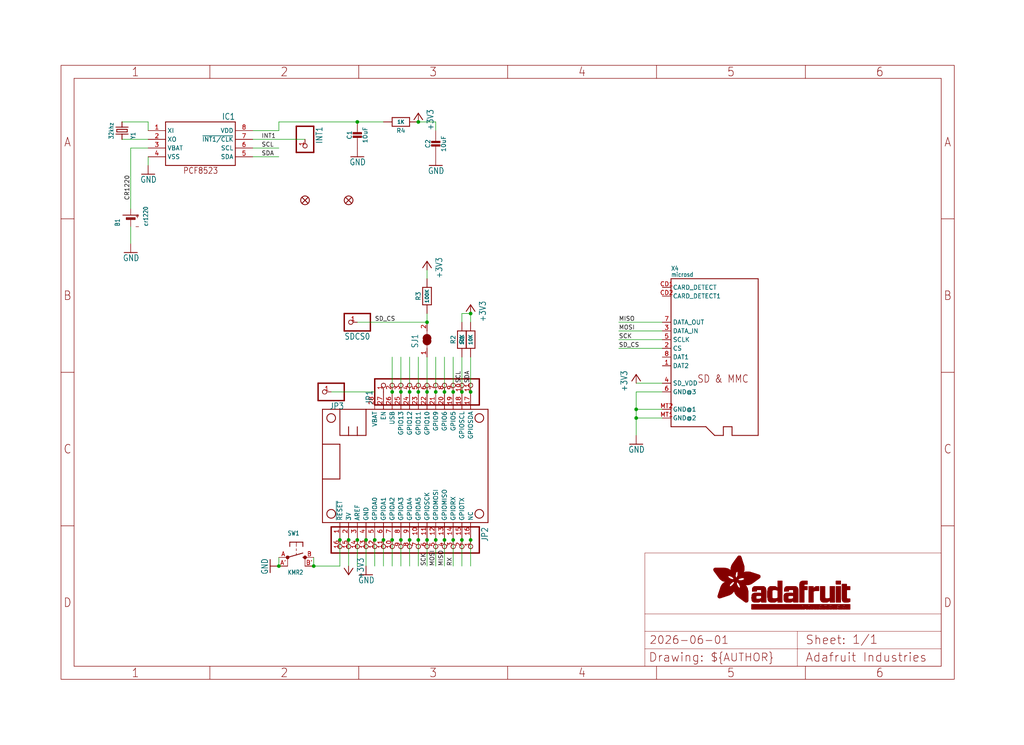
<source format=kicad_sch>
(kicad_sch (version 20231120) (generator "eeschema") (generator_version "8.0")
  (paper "User" 298.45 217.322)
  (lib_symbols
    (symbol "adalogger featherwing-eagle-import:+3V3" (power)
      (symbol "+3V3_1_0"
        (pin power_in line (at 0 -2.54 90) (length 2.54) (name "+3V3") (number "1"))
      )
    )
    (symbol "adalogger featherwing-eagle-import:BATTERYCR1220_2"
      (property "Reference" "B" (at -2.54 3.175 0))
      (symbol "BATTERYCR1220_2_1_0"
        (text "+" (at 1.27 -1.143 900) (effects (font (size 1.27 1.0795)) (justify right top)))
        (text "-" (at -1.778 -1.143 900) (effects (font (size 1.27 1.0795)) (justify right top)))
        (pin passive line (at 2.54 0 180) (length 0) (name "+") (number "+"))
        (pin passive line (at -2.54 0 0) (length 0) (name "-") (number "-"))
      )
    )
    (symbol "adalogger featherwing-eagle-import:CAP_CERAMIC0805-NOOUTLINE"
      (property "Reference" "C" (at -2.29 1.25 90))
      (symbol "CAP_CERAMIC0805-NOOUTLINE_1_0"
        (pin passive line (at 0 5.08 270) (length 2.54) (name "1") (number "1"))
        (pin passive line (at 0 -2.54 90) (length 2.54) (name "2") (number "2"))
      )
    )
    (symbol "adalogger featherwing-eagle-import:CRYSTAL8.0X3.8"
      (property "Reference" "Y" (at -2.54 2.54 0))
      (symbol "CRYSTAL8.0X3.8_1_0"
        (pin passive line (at -2.54 0 0) (length 0) (name "1") (number "P$1"))
        (pin passive line (at 2.54 0 180) (length 0) (name "2") (number "P$4"))
      )
    )
    (symbol "adalogger featherwing-eagle-import:FEATHERWING_NODIM"
      (symbol "FEATHERWING_NODIM_1_0"
        (pin input line (at 5.08 -5.08 90) (length 5.08) (name "~{RESET}") (number "1"))
        (pin bidirectional line (at 27.94 -5.08 90) (length 5.08) (name "GPIOA5") (number "10"))
        (pin bidirectional line (at 30.48 -5.08 90) (length 5.08) (name "GPIOSCK") (number "11"))
        (pin bidirectional line (at 33.02 -5.08 90) (length 5.08) (name "GPIOMOSI") (number "12"))
        (pin bidirectional line (at 35.56 -5.08 90) (length 5.08) (name "GPIOMISO") (number "13"))
        (pin bidirectional line (at 38.1 -5.08 90) (length 5.08) (name "GPIORX") (number "14"))
        (pin bidirectional line (at 40.64 -5.08 90) (length 5.08) (name "GPIOTX") (number "15"))
        (pin passive line (at 43.18 -5.08 90) (length 5.08) (name "NC") (number "16"))
        (pin bidirectional line (at 43.18 38.1 270) (length 5.08) (name "GPIOSDA") (number "17"))
        (pin bidirectional line (at 40.64 38.1 270) (length 5.08) (name "GPIOSCL") (number "18"))
        (pin bidirectional line (at 38.1 38.1 270) (length 5.08) (name "GPIO5") (number "19"))
        (pin power_in line (at 7.62 -5.08 90) (length 5.08) (name "3V") (number "2"))
        (pin bidirectional line (at 35.56 38.1 270) (length 5.08) (name "GPIO6") (number "20"))
        (pin bidirectional line (at 33.02 38.1 270) (length 5.08) (name "GPIO9") (number "21"))
        (pin bidirectional line (at 30.48 38.1 270) (length 5.08) (name "GPIO10") (number "22"))
        (pin bidirectional line (at 27.94 38.1 270) (length 5.08) (name "GPIO11") (number "23"))
        (pin bidirectional line (at 25.4 38.1 270) (length 5.08) (name "GPIO12") (number "24"))
        (pin bidirectional line (at 22.86 38.1 270) (length 5.08) (name "GPIO13") (number "25"))
        (pin power_in line (at 20.32 38.1 270) (length 5.08) (name "USB") (number "26"))
        (pin passive line (at 17.78 38.1 270) (length 5.08) (name "EN") (number "27"))
        (pin power_in line (at 15.24 38.1 270) (length 5.08) (name "VBAT") (number "28"))
        (pin passive line (at 10.16 -5.08 90) (length 5.08) (name "AREF") (number "3"))
        (pin power_in line (at 12.7 -5.08 90) (length 5.08) (name "GND") (number "4"))
        (pin bidirectional line (at 15.24 -5.08 90) (length 5.08) (name "GPIOA0") (number "5"))
        (pin bidirectional line (at 17.78 -5.08 90) (length 5.08) (name "GPIOA1") (number "6"))
        (pin bidirectional line (at 20.32 -5.08 90) (length 5.08) (name "GPIOA2") (number "7"))
        (pin bidirectional line (at 22.86 -5.08 90) (length 5.08) (name "GPIOA3") (number "8"))
        (pin bidirectional line (at 25.4 -5.08 90) (length 5.08) (name "GPIOA4") (number "9"))
      )
    )
    (symbol "adalogger featherwing-eagle-import:FIDUCIAL_1MM")
    (symbol "adalogger featherwing-eagle-import:FRAME_A4_ADAFRUIT"
      (symbol "FRAME_A4_ADAFRUIT_1_0"
        (text "${#}/${##}" (at 230.505 10.16 0) (effects (font (size 2.54 2.54)) (justify left bottom)))
        (text "${AUTHOR}" (at 189.23 5.08 0) (effects (font (size 2.286 2.286)) (justify left bottom)))
        (text "${CURRENT_DATE}" (at 171.45 10.16 0) (effects (font (size 2.286 2.286)) (justify left bottom)))
        (text "${PROJECTNAME}" (at 171.45 15.24 0) (effects (font (size 2.54 2.54)) (justify left bottom)))
        (text "1" (at 21.6958 1.905 0) (effects (font (size 2.54 2.286))))
        (text "1" (at 21.6958 177.165 0) (effects (font (size 2.54 2.286))))
        (text "2" (at 65.0875 1.905 0) (effects (font (size 2.54 2.286))))
        (text "2" (at 65.0875 177.165 0) (effects (font (size 2.54 2.286))))
        (text "3" (at 108.4792 1.905 0) (effects (font (size 2.54 2.286))))
        (text "3" (at 108.4792 177.165 0) (effects (font (size 2.54 2.286))))
        (text "4" (at 151.8708 1.905 0) (effects (font (size 2.54 2.286))))
        (text "4" (at 151.8708 177.165 0) (effects (font (size 2.54 2.286))))
        (text "5" (at 195.2625 1.905 0) (effects (font (size 2.54 2.286))))
        (text "5" (at 195.2625 177.165 0) (effects (font (size 2.54 2.286))))
        (text "6" (at 238.6542 1.905 0) (effects (font (size 2.54 2.286))))
        (text "6" (at 238.6542 177.165 0) (effects (font (size 2.54 2.286))))
        (text "A" (at 1.905 156.6863 0) (effects (font (size 2.54 2.286))))
        (text "A" (at 258.445 156.6863 0) (effects (font (size 2.54 2.286))))
        (text "Adafruit Industries" (at 216.916 4.953 0) (effects (font (size 2.54 2.54)) (justify left bottom)))
        (text "B" (at 1.905 111.9188 0) (effects (font (size 2.54 2.286))))
        (text "B" (at 258.445 111.9188 0) (effects (font (size 2.54 2.286))))
        (text "C" (at 1.905 67.1513 0) (effects (font (size 2.54 2.286))))
        (text "C" (at 258.445 67.1513 0) (effects (font (size 2.54 2.286))))
        (text "D" (at 1.905 22.3838 0) (effects (font (size 2.54 2.286))))
        (text "D" (at 258.445 22.3838 0) (effects (font (size 2.54 2.286))))
        (text "Drawing:" (at 171.196 4.953 0) (effects (font (size 2.54 2.54)) (justify left bottom)))
        (text "Sheet:" (at 216.916 10.033 0) (effects (font (size 2.54 2.54)) (justify left bottom)))
      )
    )
    (symbol "adalogger featherwing-eagle-import:GND" (power)
      (symbol "GND_1_0"
        (pin power_in line (at 0 2.54 270) (length 2.54) (name "GND") (number "1"))
      )
    )
    (symbol "adalogger featherwing-eagle-import:HEADER-1X11"
      (property "Reference" "JP" (at -6.35 15.875 0))
      (symbol "HEADER-1X11_1_0"
        (pin passive inverted (at -2.54 12.7 0) (length 2.54) (name "1") (number "1"))
        (pin passive inverted (at -2.54 -10.16 0) (length 2.54) (name "10") (number "10"))
        (pin passive inverted (at -2.54 -12.7 0) (length 2.54) (name "11") (number "11"))
        (pin passive inverted (at -2.54 10.16 0) (length 2.54) (name "2") (number "2"))
        (pin passive inverted (at -2.54 7.62 0) (length 2.54) (name "3") (number "3"))
        (pin passive inverted (at -2.54 5.08 0) (length 2.54) (name "4") (number "4"))
        (pin passive inverted (at -2.54 2.54 0) (length 2.54) (name "5") (number "5"))
        (pin passive inverted (at -2.54 0 0) (length 2.54) (name "6") (number "6"))
        (pin passive inverted (at -2.54 -2.54 0) (length 2.54) (name "7") (number "7"))
        (pin passive inverted (at -2.54 -5.08 0) (length 2.54) (name "8") (number "8"))
        (pin passive inverted (at -2.54 -7.62 0) (length 2.54) (name "9") (number "9"))
      )
    )
    (symbol "adalogger featherwing-eagle-import:HEADER-1X16ROUND"
      (property "Reference" "JP" (at -6.35 20.955 0))
      (symbol "HEADER-1X16ROUND_1_0"
        (pin passive inverted (at -2.54 17.78 0) (length 2.54) (name "1") (number "1"))
        (pin passive inverted (at -2.54 -5.08 0) (length 2.54) (name "10") (number "10"))
        (pin passive inverted (at -2.54 -7.62 0) (length 2.54) (name "11") (number "11"))
        (pin passive inverted (at -2.54 -10.16 0) (length 2.54) (name "12") (number "12"))
        (pin passive inverted (at -2.54 -12.7 0) (length 2.54) (name "13") (number "13"))
        (pin passive inverted (at -2.54 -15.24 0) (length 2.54) (name "14") (number "14"))
        (pin passive inverted (at -2.54 -17.78 0) (length 2.54) (name "15") (number "15"))
        (pin passive inverted (at -2.54 -20.32 0) (length 2.54) (name "16") (number "16"))
        (pin passive inverted (at -2.54 15.24 0) (length 2.54) (name "2") (number "2"))
        (pin passive inverted (at -2.54 12.7 0) (length 2.54) (name "3") (number "3"))
        (pin passive inverted (at -2.54 10.16 0) (length 2.54) (name "4") (number "4"))
        (pin passive inverted (at -2.54 7.62 0) (length 2.54) (name "5") (number "5"))
        (pin passive inverted (at -2.54 5.08 0) (length 2.54) (name "6") (number "6"))
        (pin passive inverted (at -2.54 2.54 0) (length 2.54) (name "7") (number "7"))
        (pin passive inverted (at -2.54 0 0) (length 2.54) (name "8") (number "8"))
        (pin passive inverted (at -2.54 -2.54 0) (length 2.54) (name "9") (number "9"))
      )
    )
    (symbol "adalogger featherwing-eagle-import:HEADER-1X1ROUND"
      (property "Reference" "JP" (at -6.35 3.175 0))
      (symbol "HEADER-1X1ROUND_1_0"
        (pin passive inverted (at -2.54 0 0) (length 2.54) (name "1") (number "1"))
      )
    )
    (symbol "adalogger featherwing-eagle-import:MICROSD"
      (property "Reference" "X" (at -12.7 22.606 0))
      (symbol "MICROSD_1_0"
        (text "SD & MMC" (at -5.08 -10.16 0) (effects (font (size 2.1844 1.8567)) (justify left bottom)))
        (pin bidirectional line (at -15.24 -5.08 0) (length 2.54) (name "DAT2") (number "1"))
        (pin input line (at -15.24 0 0) (length 2.54) (name "CS") (number "2"))
        (pin input line (at -15.24 5.08 0) (length 2.54) (name "DATA_IN") (number "3"))
        (pin power_in line (at -15.24 -10.16 0) (length 2.54) (name "SD_VDD") (number "4"))
        (pin input line (at -15.24 2.54 0) (length 2.54) (name "SCLK") (number "5"))
        (pin power_in line (at -15.24 -12.7 0) (length 2.54) (name "GND@3") (number "6"))
        (pin output line (at -15.24 7.62 0) (length 2.54) (name "DATA_OUT") (number "7"))
        (pin bidirectional line (at -15.24 -2.54 0) (length 2.54) (name "DAT1") (number "8"))
        (pin passive line (at -15.24 17.78 0) (length 2.54) (name "CARD_DETECT") (number "CD1"))
        (pin passive line (at -15.24 15.24 0) (length 2.54) (name "CARD_DETECT1") (number "CD2"))
        (pin power_in line (at -15.24 -20.32 0) (length 2.54) (name "GND@2") (number "MT1"))
        (pin power_in line (at -15.24 -17.78 0) (length 2.54) (name "GND@1") (number "MT2"))
      )
    )
    (symbol "adalogger featherwing-eagle-import:RESISTOR_0603_NOOUT"
      (property "Reference" "R" (at 0 2.54 0))
      (symbol "RESISTOR_0603_NOOUT_1_0"
        (pin passive line (at -5.08 0 0) (length 2.54) (name "1") (number "1"))
        (pin passive line (at 5.08 0 180) (length 2.54) (name "2") (number "2"))
      )
    )
    (symbol "adalogger featherwing-eagle-import:RTC_PCF8523T"
      (property "Reference" "IC" (at 10.16 7.62 0))
      (symbol "RTC_PCF8523T_1_0"
        (text "PCF8523" (at -5.08 -10.16 0) (effects (font (size 1.778 1.5113)) (justify left bottom)))
        (pin input line (at -15.24 2.54 0) (length 5.08) (name "XI") (number "1"))
        (pin output line (at -15.24 0 0) (length 5.08) (name "XO") (number "2"))
        (pin power_in line (at -15.24 -2.54 0) (length 5.08) (name "VBAT") (number "3"))
        (pin power_in line (at -15.24 -5.08 0) (length 5.08) (name "VSS") (number "4"))
        (pin bidirectional line (at 15.24 -5.08 180) (length 5.08) (name "SDA") (number "5"))
        (pin bidirectional line (at 15.24 -2.54 180) (length 5.08) (name "SCL") (number "6"))
        (pin output line (at 15.24 0 180) (length 5.08) (name "~{INT1/CLK}") (number "7"))
        (pin power_in line (at 15.24 2.54 180) (length 5.08) (name "VDD") (number "8"))
      )
    )
    (symbol "adalogger featherwing-eagle-import:SOLDERJUMPER_CLOSED"
      (property "Reference" "SJ" (at -2.54 2.54 0))
      (symbol "SOLDERJUMPER_CLOSED_1_0"
        (pin passive line (at -5.08 0 0) (length 2.54) (name "1") (number "1"))
        (pin passive line (at 5.08 0 180) (length 2.54) (name "2") (number "2"))
      )
    )
    (symbol "adalogger featherwing-eagle-import:SWITCH_TACT_SMT4.6X2.8"
      (property "Reference" "SW" (at -2.54 6.35 0))
      (symbol "SWITCH_TACT_SMT4.6X2.8_1_0"
        (pin passive line (at -5.08 0 0) (length 2.54) (name "P") (number "A"))
        (pin passive line (at -5.08 -2.54 0) (length 2.54) (name "P1") (number "A'"))
        (pin passive line (at 5.08 0 180) (length 2.54) (name "S") (number "B"))
        (pin passive line (at 5.08 -2.54 180) (length 2.54) (name "S1") (number "B'"))
      )
    )
  )
  (junction (at 129.54 157.48))
  (junction (at 132.08 114.3))
  (junction (at 129.54 114.3))
  (junction (at 106.68 157.48))
  (junction (at 101.6 157.48))
  (junction (at 91.44 165.1))
  (junction (at 137.16 114.3))
  (junction (at 124.46 157.48))
  (junction (at 104.14 157.48))
  (junction (at 121.92 114.3))
  (junction (at 137.16 157.48))
  (junction (at 137.16 91.44))
  (junction (at 114.3 114.3))
  (junction (at 104.14 35.56))
  (junction (at 111.76 157.48))
  (junction (at 121.92 35.56))
  (junction (at 119.38 114.3))
  (junction (at 114.3 157.48))
  (junction (at 124.46 114.3))
  (junction (at 81.28 165.1))
  (junction (at 116.84 157.48))
  (junction (at 127 157.48))
  (junction (at 119.38 157.48))
  (junction (at 116.84 114.3))
  (junction (at 121.92 157.48))
  (junction (at 99.06 157.48))
  (junction (at 127 114.3))
  (junction (at 132.08 157.48))
  (junction (at 124.46 93.98))
  (junction (at 109.22 157.48))
  (junction (at 185.42 119.38))
  (junction (at 134.62 157.48))
  (junction (at 185.42 121.92))
  (junction (at 134.62 114.3))
  (wire (pts (xy 193.04 119.38) (xy 185.42 119.38)) (stroke (width 0.1524)))
  (wire (pts (xy 121.92 165.1) (xy 121.92 157.48)) (stroke (width 0.1524)))
  (wire (pts (xy 193.04 99.06) (xy 180.34 99.06)) (stroke (width 0.1524)))
  (wire (pts (xy 127 104.14) (xy 127 114.3)) (stroke (width 0.1524)))
  (wire (pts (xy 124.46 91.44) (xy 124.46 93.98)) (stroke (width 0.1524)))
  (wire (pts (xy 116.84 104.14) (xy 116.84 114.3)) (stroke (width 0.1524)))
  (wire (pts (xy 129.54 104.14) (xy 129.54 114.3)) (stroke (width 0.1524)))
  (wire (pts (xy 134.62 91.44) (xy 134.62 93.98)) (stroke (width 0.1524)))
  (wire (pts (xy 193.04 93.98) (xy 180.34 93.98)) (stroke (width 0.1524)))
  (wire (pts (xy 104.14 93.98) (xy 124.46 93.98)) (stroke (width 0.1524)))
  (wire (pts (xy 129.54 165.1) (xy 129.54 157.48)) (stroke (width 0.1524)))
  (wire (pts (xy 180.34 96.52) (xy 193.04 96.52)) (stroke (width 0.1524)))
  (wire (pts (xy 73.66 40.64) (xy 88.9 40.64)) (stroke (width 0.1524)))
  (wire (pts (xy 101.6 165.1) (xy 101.6 157.48)) (stroke (width 0.1524)))
  (wire (pts (xy 119.38 165.1) (xy 119.38 157.48)) (stroke (width 0.1524)))
  (wire (pts (xy 124.46 165.1) (xy 124.46 157.48)) (stroke (width 0.1524)))
  (wire (pts (xy 99.06 165.1) (xy 99.06 157.48)) (stroke (width 0.1524)))
  (wire (pts (xy 127 165.1) (xy 127 157.48)) (stroke (width 0.1524)))
  (wire (pts (xy 193.04 121.92) (xy 185.42 121.92)) (stroke (width 0.1524)))
  (wire (pts (xy 43.18 40.64) (xy 35.56 40.64)) (stroke (width 0.1524)))
  (wire (pts (xy 81.28 45.72) (xy 73.66 45.72)) (stroke (width 0.1524)))
  (wire (pts (xy 137.16 91.44) (xy 134.62 91.44)) (stroke (width 0.1524)))
  (wire (pts (xy 104.14 165.1) (xy 104.14 157.48)) (stroke (width 0.1524)))
  (wire (pts (xy 35.56 35.56) (xy 43.18 35.56)) (stroke (width 0.1524)))
  (wire (pts (xy 137.16 104.14) (xy 137.16 114.3)) (stroke (width 0.1524)))
  (wire (pts (xy 106.68 165.1) (xy 106.68 157.48)) (stroke (width 0.1524)))
  (wire (pts (xy 43.18 35.56) (xy 43.18 38.1)) (stroke (width 0.1524)))
  (wire (pts (xy 119.38 104.14) (xy 119.38 114.3)) (stroke (width 0.1524)))
  (wire (pts (xy 132.08 104.14) (xy 132.08 114.3)) (stroke (width 0.1524)))
  (wire (pts (xy 137.16 165.1) (xy 137.16 157.48)) (stroke (width 0.1524)))
  (wire (pts (xy 134.62 165.1) (xy 134.62 157.48)) (stroke (width 0.1524)))
  (wire (pts (xy 121.92 104.14) (xy 121.92 114.3)) (stroke (width 0.1524)))
  (wire (pts (xy 121.92 35.56) (xy 127 35.56)) (stroke (width 0.1524)))
  (wire (pts (xy 81.28 162.56) (xy 81.28 165.1)) (stroke (width 0.1524)))
  (wire (pts (xy 137.16 91.44) (xy 137.16 93.98)) (stroke (width 0.1524)))
  (wire (pts (xy 38.1 71.12) (xy 38.1 66.04)) (stroke (width 0.1524)))
  (wire (pts (xy 43.18 48.26) (xy 43.18 45.72)) (stroke (width 0.1524)))
  (wire (pts (xy 114.3 165.1) (xy 114.3 157.48)) (stroke (width 0.1524)))
  (wire (pts (xy 91.44 165.1) (xy 99.06 165.1)) (stroke (width 0.1524)))
  (wire (pts (xy 127 35.56) (xy 127 38.1)) (stroke (width 0.1524)))
  (wire (pts (xy 124.46 104.14) (xy 124.46 114.3)) (stroke (width 0.1524)))
  (wire (pts (xy 185.42 114.3) (xy 185.42 119.38)) (stroke (width 0.1524)))
  (wire (pts (xy 81.28 38.1) (xy 73.66 38.1)) (stroke (width 0.1524)))
  (wire (pts (xy 116.84 165.1) (xy 116.84 157.48)) (stroke (width 0.1524)))
  (wire (pts (xy 124.46 78.74) (xy 124.46 81.28)) (stroke (width 0.1524)))
  (wire (pts (xy 185.42 119.38) (xy 185.42 121.92)) (stroke (width 0.1524)))
  (wire (pts (xy 81.28 35.56) (xy 104.14 35.56)) (stroke (width 0.1524)))
  (wire (pts (xy 38.1 43.18) (xy 38.1 60.96)) (stroke (width 0.1524)))
  (wire (pts (xy 81.28 38.1) (xy 81.28 35.56)) (stroke (width 0.1524)))
  (wire (pts (xy 180.34 101.6) (xy 193.04 101.6)) (stroke (width 0.1524)))
  (wire (pts (xy 73.66 43.18) (xy 81.28 43.18)) (stroke (width 0.1524)))
  (wire (pts (xy 96.52 114.3) (xy 109.22 114.3)) (stroke (width 0.1524)))
  (wire (pts (xy 109.22 165.1) (xy 109.22 157.48)) (stroke (width 0.1524)))
  (wire (pts (xy 132.08 165.1) (xy 132.08 157.48)) (stroke (width 0.1524)))
  (wire (pts (xy 111.76 165.1) (xy 111.76 157.48)) (stroke (width 0.1524)))
  (wire (pts (xy 111.76 35.56) (xy 104.14 35.56)) (stroke (width 0.1524)))
  (wire (pts (xy 185.42 111.76) (xy 193.04 111.76)) (stroke (width 0.1524)))
  (wire (pts (xy 185.42 121.92) (xy 185.42 127)) (stroke (width 0.1524)))
  (wire (pts (xy 43.18 43.18) (xy 38.1 43.18)) (stroke (width 0.1524)))
  (wire (pts (xy 134.62 104.14) (xy 134.62 114.3)) (stroke (width 0.1524)))
  (wire (pts (xy 91.44 162.56) (xy 91.44 165.1)) (stroke (width 0.1524)))
  (wire (pts (xy 114.3 104.14) (xy 114.3 114.3)) (stroke (width 0.1524)))
  (wire (pts (xy 193.04 114.3) (xy 185.42 114.3)) (stroke (width 0.1524)))
  (label "SDA" (at 76.2 45.72 0) (effects (font (size 1.2446 1.2446))))
  (label "RX" (at 132.08 165.1 90) (effects (font (size 1.2446 1.2446))))
  (label "SD_CS" (at 180.34 101.6 0) (effects (font (size 1.2446 1.2446))))
  (label "INT1" (at 76.2 40.64 0) (effects (font (size 1.2446 1.2446))))
  (label "SDA" (at 137.16 111.76 90) (effects (font (size 1.2446 1.2446))))
  (label "MOSI" (at 180.34 96.52 0) (effects (font (size 1.2446 1.2446))))
  (label "SCL" (at 76.2 43.18 0) (effects (font (size 1.2446 1.2446))))
  (label "SCK" (at 180.34 99.06 0) (effects (font (size 1.2446 1.2446))))
  (label "MISO" (at 180.34 93.98 0) (effects (font (size 1.2446 1.2446))))
  (label "SD_CS" (at 109.22 93.98 0) (effects (font (size 1.2446 1.2446))))
  (label "SCL" (at 134.62 111.76 90) (effects (font (size 1.2446 1.2446))))
  (label "CR1220" (at 38.1 58.42 90) (effects (font (size 1.2446 1.2446))))
  (label "MISO" (at 129.54 165.1 90) (effects (font (size 1.2446 1.2446))))
  (label "MOSI" (at 127 165.1 90) (effects (font (size 1.2446 1.2446))))
  (label "SCK" (at 124.46 165.1 90) (effects (font (size 1.2446 1.2446))))
  (symbol (lib_id "adalogger featherwing-eagle-import:HEADER-1X11") (at 124.46 111.76 90) (unit 1)
    (property "Reference" "JP1" (at 108.585 118.11 0) (effects (font (size 1.778 1.5113)) (justify left bottom)))
    (property "Value" "HEADER-1X11" (effects (hide yes)))
    (property "Footprint" "adalogger featherwing:1X11_ROUND" (effects (hide yes)))
  )
  (symbol (lib_id "adalogger featherwing-eagle-import:GND") (at 78.74 165.1 270) (mirror x) (unit 1)
    (property "Reference" "#GND2" (effects (hide yes)))
    (property "Value" "GND" (at 76.2 167.64 0) (effects (font (size 1.778 1.5113)) (justify left bottom)))
  )
  (symbol (lib_id "adalogger featherwing-eagle-import:CAP_CERAMIC0805-NOOUTLINE") (at 127 43.18 0) (unit 1)
    (property "Reference" "C2" (at 124.71 41.93 90))
    (property "Value" "10uF" (at 129.3 41.93 90))
    (property "Footprint" "adalogger featherwing:0805-NO" (effects (hide yes)))
  )
  (symbol (lib_id "adalogger featherwing-eagle-import:CRYSTAL8.0X3.8") (at 35.56 38.1 270) (mirror x) (unit 1)
    (property "Reference" "Y1" (at 38.1 40.64 0) (effects (font (size 1.27 1.0795)) (justify left bottom)))
    (property "Value" "32khz" (at 31.75 40.64 0) (effects (font (size 1.27 1.0795)) (justify left bottom)))
    (property "Footprint" "adalogger featherwing:CRYSTAL_8X3.8" (effects (hide yes)))
  )
  (symbol (lib_id "adalogger featherwing-eagle-import:FIDUCIAL_1MM") (at 101.6 58.42 0) (unit 1)
    (property "Reference" "FID2" (effects (hide yes)))
    (property "Value" "FIDUCIAL_1MM" (effects (hide yes)))
    (property "Footprint" "adalogger featherwing:FIDUCIAL_1MM" (effects (hide yes)))
  )
  (symbol (lib_id "adalogger featherwing-eagle-import:GND") (at 43.18 50.8 0) (mirror y) (unit 1)
    (property "Reference" "#GND3" (effects (hide yes)))
    (property "Value" "GND" (at 45.72 53.34 0) (effects (font (size 1.778 1.5113)) (justify left bottom)))
  )
  (symbol (lib_id "adalogger featherwing-eagle-import:MICROSD") (at 208.28 101.6 0) (unit 1)
    (property "Reference" "X4" (at 195.58 78.994 0) (effects (font (size 1.27 1.0795)) (justify left bottom)))
    (property "Value" "microsd" (at 195.58 80.772 0) (effects (font (size 1.27 1.0795)) (justify left bottom)))
    (property "Footprint" "adalogger featherwing:MICROSD" (effects (hide yes)))
  )
  (symbol (lib_id "adalogger featherwing-eagle-import:HEADER-1X1ROUND") (at 101.6 93.98 180) (unit 1)
    (property "Reference" "SDCS0" (at 107.95 97.155 0) (effects (font (size 1.778 1.5113)) (justify left bottom)))
    (property "Value" "HEADER-1X1ROUND" (effects (hide yes)))
    (property "Footprint" "adalogger featherwing:1X01_ROUND" (effects (hide yes)))
  )
  (symbol (lib_id "adalogger featherwing-eagle-import:GND") (at 185.42 129.54 0) (mirror y) (unit 1)
    (property "Reference" "#GND8" (effects (hide yes)))
    (property "Value" "GND" (at 187.96 132.08 0) (effects (font (size 1.778 1.5113)) (justify left bottom)))
  )
  (symbol (lib_id "adalogger featherwing-eagle-import:BATTERYCR1220_2") (at 38.1 63.5 90) (unit 1)
    (property "Reference" "B1" (at 34.925 66.04 0) (effects (font (size 1.27 1.0795)) (justify left bottom)))
    (property "Value" "cr1220" (at 43.18 66.04 0) (effects (font (size 1.27 1.0795)) (justify left bottom)))
    (property "Footprint" "adalogger featherwing:CR1220-2" (effects (hide yes)))
  )
  (symbol (lib_id "adalogger featherwing-eagle-import:+3V3") (at 101.6 167.64 180) (unit 1)
    (property "Reference" "#+3V1" (effects (hide yes)))
    (property "Value" "+3V3" (at 104.14 162.56 90) (effects (font (size 1.778 1.5113)) (justify left bottom)))
  )
  (symbol (lib_id "adalogger featherwing-eagle-import:HEADER-1X16ROUND") (at 119.38 160.02 270) (unit 1)
    (property "Reference" "JP2" (at 140.335 153.67 0) (effects (font (size 1.778 1.5113)) (justify left bottom)))
    (property "Value" "HEADER-1X16ROUND" (effects (hide yes)))
    (property "Footprint" "adalogger featherwing:1X16_ROUND" (effects (hide yes)))
  )
  (symbol (lib_id "adalogger featherwing-eagle-import:FRAME_A4_ADAFRUIT") (at 17.78 198.12 0) (unit 1)
    (property "Reference" "#U$1" (effects (hide yes)))
    (property "Value" "FRAME_A4_ADAFRUIT" (effects (hide yes)))
  )
  (symbol (lib_id "adalogger featherwing-eagle-import:GND") (at 104.14 45.72 0) (mirror y) (unit 1)
    (property "Reference" "#GND5" (effects (hide yes)))
    (property "Value" "GND" (at 106.68 48.26 0) (effects (font (size 1.778 1.5113)) (justify left bottom)))
  )
  (symbol (lib_id "adalogger featherwing-eagle-import:HEADER-1X1ROUND") (at 88.9 43.18 270) (unit 1)
    (property "Reference" "INT1" (at 92.075 36.83 0) (effects (font (size 1.778 1.5113)) (justify left bottom)))
    (property "Value" "HEADER-1X1ROUND" (effects (hide yes)))
    (property "Footprint" "adalogger featherwing:1X01_ROUND" (effects (hide yes)))
  )
  (symbol (lib_id "adalogger featherwing-eagle-import:RESISTOR_0603_NOOUT") (at 124.46 86.36 90) (unit 1)
    (property "Reference" "R3" (at 121.92 86.36 0))
    (property "Value" "100K" (at 124.46 86.36 0) (effects (font (size 1.016 1.016) (bold yes))))
    (property "Footprint" "adalogger featherwing:0603-NO" (effects (hide yes)))
  )
  (symbol (lib_id "adalogger featherwing-eagle-import:RESISTOR_0603_NOOUT") (at 116.84 35.56 180) (unit 1)
    (property "Reference" "R4" (at 116.84 38.1 0))
    (property "Value" "1K" (at 116.84 35.56 0) (effects (font (size 1.016 1.016) (bold yes))))
    (property "Footprint" "adalogger featherwing:0603-NO" (effects (hide yes)))
  )
  (symbol (lib_id "adalogger featherwing-eagle-import:GND") (at 106.68 167.64 0) (mirror y) (unit 1)
    (property "Reference" "#GND1" (effects (hide yes)))
    (property "Value" "GND" (at 109.22 170.18 0) (effects (font (size 1.778 1.5113)) (justify left bottom)))
  )
  (symbol (lib_id "adalogger featherwing-eagle-import:RESISTOR_0603_NOOUT") (at 134.62 99.06 90) (unit 1)
    (property "Reference" "R2" (at 132.08 99.06 0))
    (property "Value" "10K" (at 134.62 99.06 0) (effects (font (size 1.016 1.016) (bold yes))))
    (property "Footprint" "adalogger featherwing:0603-NO" (effects (hide yes)))
  )
  (symbol (lib_id "adalogger featherwing-eagle-import:RTC_PCF8523T") (at 58.42 40.64 0) (unit 1)
    (property "Reference" "IC1" (at 68.58 33.02 0) (effects (font (size 1.778 1.5113)) (justify right top)))
    (property "Value" "RTC_PCF8523T" (effects (hide yes)))
    (property "Footprint" "adalogger featherwing:SOIC8_150MIL" (effects (hide yes)))
  )
  (symbol (lib_id "adalogger featherwing-eagle-import:GND") (at 38.1 73.66 0) (mirror y) (unit 1)
    (property "Reference" "#GND4" (effects (hide yes)))
    (property "Value" "GND" (at 40.64 76.2 0) (effects (font (size 1.778 1.5113)) (justify left bottom)))
  )
  (symbol (lib_id "adalogger featherwing-eagle-import:+3V3") (at 137.16 88.9 0) (mirror y) (unit 1)
    (property "Reference" "#+3V3" (effects (hide yes)))
    (property "Value" "+3V3" (at 139.7 93.98 90) (effects (font (size 1.778 1.5113)) (justify left bottom)))
  )
  (symbol (lib_id "adalogger featherwing-eagle-import:FEATHERWING_NODIM") (at 93.98 152.4 0) (unit 1)
    (property "Reference" "MS1" (effects (hide yes)))
    (property "Value" "FEATHERWING_NODIM" (effects (hide yes)))
    (property "Footprint" "adalogger featherwing:FEATHERWING_NODIM" (effects (hide yes)))
  )
  (symbol (lib_id "adalogger featherwing-eagle-import:FIDUCIAL_1MM") (at 88.9 58.42 0) (unit 1)
    (property "Reference" "FID1" (effects (hide yes)))
    (property "Value" "FIDUCIAL_1MM" (effects (hide yes)))
    (property "Footprint" "adalogger featherwing:FIDUCIAL_1MM" (effects (hide yes)))
  )
  (symbol (lib_id "adalogger featherwing-eagle-import:GND") (at 127 48.26 0) (mirror y) (unit 1)
    (property "Reference" "#GND6" (effects (hide yes)))
    (property "Value" "GND" (at 129.54 50.8 0) (effects (font (size 1.778 1.5113)) (justify left bottom)))
  )
  (symbol (lib_id "adalogger featherwing-eagle-import:SOLDERJUMPER_CLOSED") (at 124.46 99.06 90) (unit 1)
    (property "Reference" "SJ1" (at 121.92 101.6 0) (effects (font (size 1.778 1.5113)) (justify left bottom)))
    (property "Value" "SOLDERJUMPER_CLOSED" (effects (hide yes)))
    (property "Footprint" "adalogger featherwing:SOLDERJUMPER_CLOSEDWIRE" (effects (hide yes)))
  )
  (symbol (lib_id "adalogger featherwing-eagle-import:RESISTOR_0603_NOOUT") (at 137.16 99.06 90) (unit 1)
    (property "Reference" "R1" (at 134.62 99.06 0))
    (property "Value" "10K" (at 137.16 99.06 0) (effects (font (size 1.016 1.016) (bold yes))))
    (property "Footprint" "adalogger featherwing:0603-NO" (effects (hide yes)))
  )
  (symbol (lib_id "adalogger featherwing-eagle-import:HEADER-1X1ROUND") (at 93.98 114.3 180) (unit 1)
    (property "Reference" "JP3" (at 100.33 117.475 0) (effects (font (size 1.778 1.5113)) (justify left bottom)))
    (property "Value" "HEADER-1X1ROUND" (effects (hide yes)))
    (property "Footprint" "adalogger featherwing:1X01_ROUND" (effects (hide yes)))
  )
  (symbol (lib_id "adalogger featherwing-eagle-import:CAP_CERAMIC0805-NOOUTLINE") (at 104.14 40.64 0) (unit 1)
    (property "Reference" "C1" (at 101.85 39.39 90))
    (property "Value" "10uF" (at 106.44 39.39 90))
    (property "Footprint" "adalogger featherwing:0805-NO" (effects (hide yes)))
  )
  (symbol (lib_id "adalogger featherwing-eagle-import:+3V3") (at 185.42 109.22 0) (unit 1)
    (property "Reference" "#+3V5" (effects (hide yes)))
    (property "Value" "+3V3" (at 182.88 114.3 90) (effects (font (size 1.778 1.5113)) (justify left bottom)))
  )
  (symbol (lib_id "adalogger featherwing-eagle-import:+3V3") (at 121.92 33.02 0) (mirror y) (unit 1)
    (property "Reference" "#+3V2" (effects (hide yes)))
    (property "Value" "+3V3" (at 124.46 38.1 90) (effects (font (size 1.778 1.5113)) (justify left bottom)))
  )
  (symbol (lib_id "adalogger featherwing-eagle-import:SWITCH_TACT_SMT4.6X2.8") (at 86.36 162.56 0) (unit 1)
    (property "Reference" "SW1" (at 83.82 156.21 0) (effects (font (size 1.27 1.0795)) (justify left bottom)))
    (property "Value" "KMR2" (at 83.82 167.64 0) (effects (font (size 1.27 1.0795)) (justify left bottom)))
    (property "Footprint" "adalogger featherwing:BTN_KMR2_4.6X2.8" (effects (hide yes)))
  )
  (symbol (lib_id "adalogger featherwing-eagle-import:+3V3") (at 124.46 76.2 0) (mirror y) (unit 1)
    (property "Reference" "#+3V4" (effects (hide yes)))
    (property "Value" "+3V3" (at 127 81.28 90) (effects (font (size 1.778 1.5113)) (justify left bottom)))
  )
)
</source>
